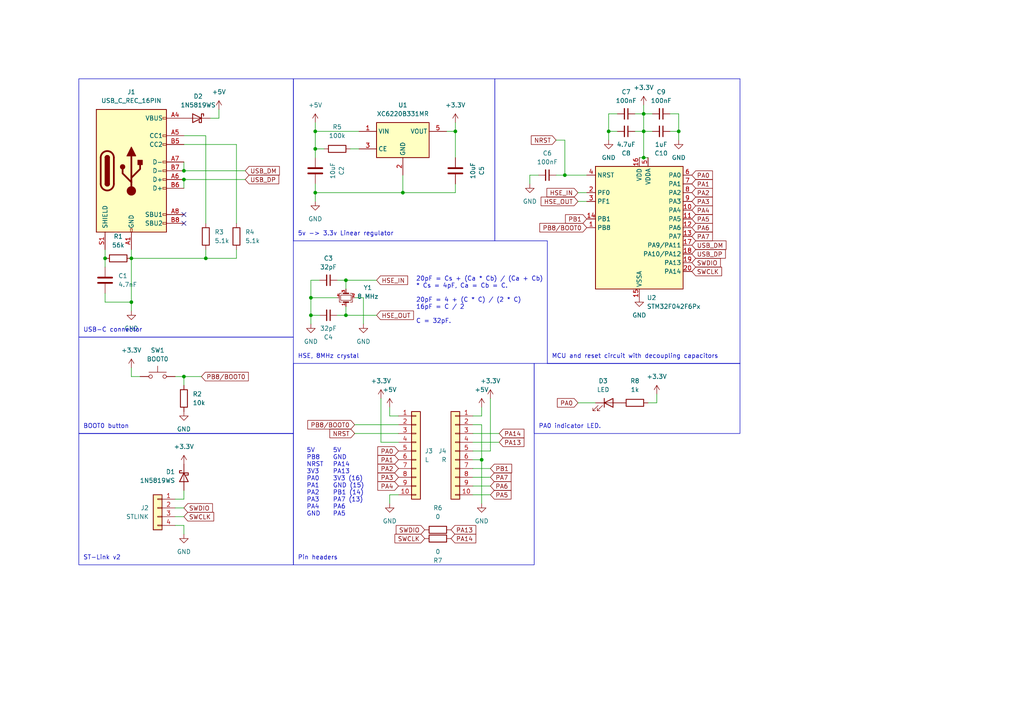
<source format=kicad_sch>
(kicad_sch (version 20230121) (generator eeschema)
  (paper "A4")
  (lib_symbols
    (symbol "Connector:USB_C_Receptacle_USB2.0" (pin_names (offset 1.016))
      (property "Reference" "J" (at -10.16 19.05 0))
      (property "Value" "USB_C_Receptacle_USB2.0" (at 19.05 19.05 0))
      (symbol "USB_C_Receptacle_USB2.0_0_0"
        (rectangle (start -0.254 -17.78) (end 0.254 -16.764))
        (rectangle (start 10.16 -14.986) (end 9.144 -15.494))
        (rectangle (start 10.16 -12.446) (end 9.144 -12.954))
        (rectangle (start 10.16 -4.826) (end 9.144 -5.334))
        (rectangle (start 10.16 -2.286) (end 9.144 -2.794))
        (rectangle (start 10.16 0.254) (end 9.144 -0.254))
        (rectangle (start 10.16 2.794) (end 9.144 2.286))
        (rectangle (start 10.16 7.874) (end 9.144 7.366))
        (rectangle (start 10.16 10.414) (end 9.144 9.906))
        (rectangle (start 10.16 15.494) (end 9.144 14.986))
      )
      (symbol "USB_C_Receptacle_USB2.0_0_1"
        (rectangle (start -10.16 17.78) (end 10.16 -17.78) (stroke (width 0.254)) (fill (type background)))
        (arc (start -8.89 -3.81) (mid -6.985 -5.7067) (end -5.08 -3.81) (stroke (width 0.508)))
        (arc (start -7.62 -3.81) (mid -6.985 -4.4423) (end -6.35 -3.81) (stroke (width 0.254)))
        (arc (start -7.62 -3.81) (mid -6.985 -4.4423) (end -6.35 -3.81) (stroke (width 0.254)) (fill (type outline)))
        (rectangle (start -7.62 -3.81) (end -6.35 3.81) (stroke (width 0.254)) (fill (type outline)))
        (arc (start -6.35 3.81) (mid -6.985 4.4423) (end -7.62 3.81) (stroke (width 0.254)))
        (arc (start -6.35 3.81) (mid -6.985 4.4423) (end -7.62 3.81) (stroke (width 0.254)) (fill (type outline)))
        (arc (start -5.08 3.81) (mid -6.985 5.7067) (end -8.89 3.81) (stroke (width 0.508)))
        (circle (center -2.54 1.143) (radius 0.635) (stroke (width 0.254)) (fill (type outline)))
        (circle (center 0 -5.842) (radius 1.27) (fill (type outline)))
        (polyline (pts (xy -8.89 -3.81) (xy -8.89 3.81)) (stroke (width 0.508)))
        (polyline (pts (xy -5.08 3.81) (xy -5.08 -3.81)) (stroke (width 0.508)))
        (polyline (pts (xy 0 -5.842) (xy 0 4.318)) (stroke (width 0.508)))
        (polyline (pts (xy 0 -3.302) (xy -2.54 -0.762) (xy -2.54 0.508)) (stroke (width 0.508)))
        (polyline (pts (xy 0 -2.032) (xy 2.54 0.508) (xy 2.54 1.778)) (stroke (width 0.508)))
        (polyline (pts (xy -1.27 4.318) (xy 0 6.858) (xy 1.27 4.318) (xy -1.27 4.318)) (stroke (width 0.254)) (fill (type outline)))
        (rectangle (start 1.905 1.778) (end 3.175 3.048) (stroke (width 0.254)) (fill (type outline)))
      )
      (symbol "USB_C_Receptacle_USB2.0_1_1"
        (pin passive line (at 0 -22.86 90) (length 5.08) (name "GND") (number "A1"))
        (pin passive line (at 0 -22.86 90) (length 5.08) hide (name "GND") (number "A12"))
        (pin passive line (at 15.24 15.24 180) (length 5.08) (name "VBUS") (number "A4"))
        (pin bidirectional line (at 15.24 10.16 180) (length 5.08) (name "CC1") (number "A5"))
        (pin bidirectional line (at 15.24 -2.54 180) (length 5.08) (name "D+") (number "A6"))
        (pin bidirectional line (at 15.24 2.54 180) (length 5.08) (name "D-") (number "A7"))
        (pin bidirectional line (at 15.24 -12.7 180) (length 5.08) (name "SBU1") (number "A8"))
        (pin passive line (at 15.24 15.24 180) (length 5.08) hide (name "VBUS") (number "A9"))
        (pin passive line (at 0 -22.86 90) (length 5.08) hide (name "GND") (number "B1"))
        (pin passive line (at 0 -22.86 90) (length 5.08) hide (name "GND") (number "B12"))
        (pin passive line (at 15.24 15.24 180) (length 5.08) hide (name "VBUS") (number "B4"))
        (pin bidirectional line (at 15.24 7.62 180) (length 5.08) (name "CC2") (number "B5"))
        (pin bidirectional line (at 15.24 -5.08 180) (length 5.08) (name "D+") (number "B6"))
        (pin bidirectional line (at 15.24 0 180) (length 5.08) (name "D-") (number "B7"))
        (pin bidirectional line (at 15.24 -15.24 180) (length 5.08) (name "SBU2") (number "B8"))
        (pin passive line (at 15.24 15.24 180) (length 5.08) hide (name "VBUS") (number "B9"))
        (pin passive line (at -7.62 -22.86 90) (length 5.08) (name "SHIELD") (number "S1"))
      )
    )
    (symbol "Connector_Generic:Conn_01x04" (pin_names (offset 1.016) hide)
      (property "Reference" "J" (at 0 5.08 0))
      (property "Value" "Conn_01x04" (at 0 -7.62 0))
      (symbol "Conn_01x04_1_1"
        (rectangle (start -1.27 -4.953) (end 0 -5.207) (stroke (width 0.1524)))
        (rectangle (start -1.27 -2.413) (end 0 -2.667) (stroke (width 0.1524)))
        (rectangle (start -1.27 0.127) (end 0 -0.127) (stroke (width 0.1524)))
        (rectangle (start -1.27 2.667) (end 0 2.413) (stroke (width 0.1524)))
        (rectangle (start -1.27 3.81) (end 1.27 -6.35) (stroke (width 0.254)) (fill (type background)))
        (pin passive line (at -5.08 2.54 0) (length 3.81) (name "Pin_1") (number "1"))
        (pin passive line (at -5.08 0 0) (length 3.81) (name "Pin_2") (number "2"))
        (pin passive line (at -5.08 -2.54 0) (length 3.81) (name "Pin_3") (number "3"))
        (pin passive line (at -5.08 -5.08 0) (length 3.81) (name "Pin_4") (number "4"))
      )
    )
    (symbol "Connector_Generic:Conn_01x10" (pin_names (offset 1.016) hide)
      (property "Reference" "J" (at 0 12.7 0))
      (property "Value" "Conn_01x10" (at 0 -15.24 0))
      (symbol "Conn_01x10_1_1"
        (rectangle (start -1.27 -12.573) (end 0 -12.827) (stroke (width 0.1524)))
        (rectangle (start -1.27 -10.033) (end 0 -10.287) (stroke (width 0.1524)))
        (rectangle (start -1.27 -7.493) (end 0 -7.747) (stroke (width 0.1524)))
        (rectangle (start -1.27 -4.953) (end 0 -5.207) (stroke (width 0.1524)))
        (rectangle (start -1.27 -2.413) (end 0 -2.667) (stroke (width 0.1524)))
        (rectangle (start -1.27 0.127) (end 0 -0.127) (stroke (width 0.1524)))
        (rectangle (start -1.27 2.667) (end 0 2.413) (stroke (width 0.1524)))
        (rectangle (start -1.27 5.207) (end 0 4.953) (stroke (width 0.1524)))
        (rectangle (start -1.27 7.747) (end 0 7.493) (stroke (width 0.1524)))
        (rectangle (start -1.27 10.287) (end 0 10.033) (stroke (width 0.1524)))
        (rectangle (start -1.27 11.43) (end 1.27 -13.97) (stroke (width 0.254)) (fill (type background)))
        (pin passive line (at -5.08 10.16 0) (length 3.81) (name "Pin_1") (number "1"))
        (pin passive line (at -5.08 -12.7 0) (length 3.81) (name "Pin_10") (number "10"))
        (pin passive line (at -5.08 7.62 0) (length 3.81) (name "Pin_2") (number "2"))
        (pin passive line (at -5.08 5.08 0) (length 3.81) (name "Pin_3") (number "3"))
        (pin passive line (at -5.08 2.54 0) (length 3.81) (name "Pin_4") (number "4"))
        (pin passive line (at -5.08 0 0) (length 3.81) (name "Pin_5") (number "5"))
        (pin passive line (at -5.08 -2.54 0) (length 3.81) (name "Pin_6") (number "6"))
        (pin passive line (at -5.08 -5.08 0) (length 3.81) (name "Pin_7") (number "7"))
        (pin passive line (at -5.08 -7.62 0) (length 3.81) (name "Pin_8") (number "8"))
        (pin passive line (at -5.08 -10.16 0) (length 3.81) (name "Pin_9") (number "9"))
      )
    )
    (symbol "Device:C" (pin_numbers hide) (pin_names (offset 0.254))
      (property "Reference" "C" (at 0.635 2.54 0))
      (property "Value" "C" (at 0.635 -2.54 0))
      (symbol "C_0_1"
        (polyline (pts (xy -2.032 -0.762) (xy 2.032 -0.762)) (stroke (width 0.508)))
        (polyline (pts (xy -2.032 0.762) (xy 2.032 0.762)) (stroke (width 0.508)))
      )
      (symbol "C_1_1"
        (pin passive line (at 0 3.81 270) (length 2.794) (name "~") (number "1"))
        (pin passive line (at 0 -3.81 90) (length 2.794) (name "~") (number "2"))
      )
    )
    (symbol "Device:C_Small" (pin_numbers hide) (pin_names (offset 0.254) hide)
      (property "Reference" "C" (at 0.254 1.778 0))
      (property "Value" "C_Small" (at 0.254 -2.032 0))
      (symbol "C_Small_0_1"
        (polyline (pts (xy -1.524 -0.508) (xy 1.524 -0.508)) (stroke (width 0.3302)))
        (polyline (pts (xy -1.524 0.508) (xy 1.524 0.508)) (stroke (width 0.3048)))
      )
      (symbol "C_Small_1_1"
        (pin passive line (at 0 2.54 270) (length 2.032) (name "~") (number "1"))
        (pin passive line (at 0 -2.54 90) (length 2.032) (name "~") (number "2"))
      )
    )
    (symbol "Device:Crystal_GND24_Small" (pin_names (offset 1.016) hide)
      (property "Reference" "Y" (at 1.27 4.445 0))
      (property "Value" "Crystal_GND24_Small" (at 1.27 2.54 0))
      (symbol "Crystal_GND24_Small_0_1"
        (rectangle (start -0.762 -1.524) (end 0.762 1.524))
        (polyline (pts (xy -1.27 -0.762) (xy -1.27 0.762)) (stroke (width 0.381)))
        (polyline (pts (xy 1.27 -0.762) (xy 1.27 0.762)) (stroke (width 0.381)))
        (polyline (pts (xy -1.27 -1.27) (xy -1.27 -1.905) (xy 1.27 -1.905) (xy 1.27 -1.27)))
        (polyline (pts (xy -1.27 1.27) (xy -1.27 1.905) (xy 1.27 1.905) (xy 1.27 1.27)))
      )
      (symbol "Crystal_GND24_Small_1_1"
        (pin passive line (at -2.54 0 0) (length 1.27) (name "1") (number "1"))
        (pin passive line (at 0 -2.54 90) (length 0.635) (name "2") (number "2"))
        (pin passive line (at 2.54 0 180) (length 1.27) (name "3") (number "3"))
        (pin passive line (at 0 2.54 270) (length 0.635) (name "4") (number "4"))
      )
    )
    (symbol "Device:LED" (pin_numbers hide) (pin_names (offset 1.016) hide)
      (property "Reference" "D" (at 0 2.54 0))
      (property "Value" "LED" (at 0 -2.54 0))
      (symbol "LED_0_1"
        (polyline (pts (xy -1.27 -1.27) (xy -1.27 1.27)) (stroke (width 0.254)))
        (polyline (pts (xy -1.27 0) (xy 1.27 0)))
        (polyline (pts (xy 1.27 -1.27) (xy 1.27 1.27) (xy -1.27 0) (xy 1.27 -1.27)) (stroke (width 0.254)))
        (polyline (pts (xy -3.048 -0.762) (xy -4.572 -2.286) (xy -3.81 -2.286) (xy -4.572 -2.286) (xy -4.572 -1.524)))
        (polyline (pts (xy -1.778 -0.762) (xy -3.302 -2.286) (xy -2.54 -2.286) (xy -3.302 -2.286) (xy -3.302 -1.524)))
      )
      (symbol "LED_1_1"
        (pin passive line (at -3.81 0 0) (length 2.54) (name "K") (number "1"))
        (pin passive line (at 3.81 0 180) (length 2.54) (name "A") (number "2"))
      )
    )
    (symbol "Device:R" (pin_numbers hide) (pin_names (offset 0))
      (property "Reference" "R" (at 2.032 0 90))
      (property "Value" "R" (at 0 0 90))
      (symbol "R_0_1"
        (rectangle (start -1.016 -2.54) (end 1.016 2.54) (stroke (width 0.254)))
      )
      (symbol "R_1_1"
        (pin passive line (at 0 3.81 270) (length 1.27) (name "~") (number "1"))
        (pin passive line (at 0 -3.81 90) (length 1.27) (name "~") (number "2"))
      )
    )
    (symbol "Diode:1N5819WS" (pin_numbers hide) (pin_names (offset 1.016) hide)
      (property "Reference" "D" (at 0 2.54 0))
      (property "Value" "1N5819WS" (at 0 -2.54 0))
      (symbol "1N5819WS_0_1"
        (polyline (pts (xy 1.27 0) (xy -1.27 0)))
        (polyline (pts (xy 1.27 1.27) (xy 1.27 -1.27) (xy -1.27 0) (xy 1.27 1.27)) (stroke (width 0.254)))
        (polyline (pts (xy -1.905 0.635) (xy -1.905 1.27) (xy -1.27 1.27) (xy -1.27 -1.27) (xy -0.635 -1.27) (xy -0.635 -0.635)) (stroke (width 0.254)))
      )
      (symbol "1N5819WS_1_1"
        (pin passive line (at -3.81 0 0) (length 2.54) (name "K") (number "1"))
        (pin passive line (at 3.81 0 180) (length 2.54) (name "A") (number "2"))
      )
    )
    (symbol "MCU_ST_STM32F0:STM32F042F6Px"
      (property "Reference" "U" (at -12.7 19.05 0))
      (property "Value" "STM32F042F6Px" (at 5.08 19.05 0))
      (symbol "STM32F042F6Px_0_1"
        (rectangle (start -12.7 -17.78) (end 12.7 17.78) (stroke (width 0.254)) (fill (type background)))
      )
      (symbol "STM32F042F6Px_1_1"
        (pin bidirectional line (at -15.24 0 0) (length 2.54) (name "PB8") (number "1"))
        (pin bidirectional line (at 15.24 5.08 180) (length 2.54) (name "PA4") (number "10"))
        (pin bidirectional line (at 15.24 2.54 180) (length 2.54) (name "PA5") (number "11"))
        (pin bidirectional line (at 15.24 0 180) (length 2.54) (name "PA6") (number "12"))
        (pin bidirectional line (at 15.24 -2.54 180) (length 2.54) (name "PA7") (number "13"))
        (pin bidirectional line (at -15.24 2.54 0) (length 2.54) (name "PB1") (number "14"))
        (pin power_in line (at 0 -20.32 90) (length 2.54) (name "VSSA") (number "15"))
        (pin power_in line (at 0 20.32 270) (length 2.54) (name "VDD") (number "16"))
        (pin bidirectional line (at 15.24 -5.08 180) (length 2.54) (name "PA9/PA11") (number "17"))
        (pin bidirectional line (at 15.24 -7.62 180) (length 2.54) (name "PA10/PA12") (number "18"))
        (pin bidirectional line (at 15.24 -10.16 180) (length 2.54) (name "PA13") (number "19"))
        (pin bidirectional line (at -15.24 10.16 0) (length 2.54) (name "PF0") (number "2"))
        (pin bidirectional line (at 15.24 -12.7 180) (length 2.54) (name "PA14") (number "20"))
        (pin bidirectional line (at -15.24 7.62 0) (length 2.54) (name "PF1") (number "3"))
        (pin input line (at -15.24 15.24 0) (length 2.54) (name "NRST") (number "4"))
        (pin power_in line (at 2.54 20.32 270) (length 2.54) (name "VDDA") (number "5"))
        (pin bidirectional line (at 15.24 15.24 180) (length 2.54) (name "PA0") (number "6"))
        (pin bidirectional line (at 15.24 12.7 180) (length 2.54) (name "PA1") (number "7"))
        (pin bidirectional line (at 15.24 10.16 180) (length 2.54) (name "PA2") (number "8"))
        (pin bidirectional line (at 15.24 7.62 180) (length 2.54) (name "PA3") (number "9"))
      )
    )
    (symbol "Regulator_Linear:XC6220B331MR"
      (property "Reference" "U" (at 0 8.89 0))
      (property "Value" "XC6220B331MR" (at 0 6.35 0))
      (symbol "XC6220B331MR_0_1"
        (rectangle (start -7.62 5.08) (end 7.62 -5.08) (stroke (width 0.254)) (fill (type background)))
      )
      (symbol "XC6220B331MR_1_1"
        (pin power_in line (at -12.7 2.54 0) (length 5.08) (name "VIN") (number "1"))
        (pin power_in line (at 0 -10.16 90) (length 5.08) (name "GND") (number "2"))
        (pin input line (at -12.7 -2.54 0) (length 5.08) (name "CE") (number "3"))
        (pin no_connect line (at 7.62 -2.54 180) (length 5.08) hide (name "NC") (number "4"))
        (pin power_out line (at 12.7 2.54 180) (length 5.08) (name "VOUT") (number "5"))
      )
    )
    (symbol "Switch:SW_Push" (pin_numbers hide) (pin_names (offset 1.016) hide)
      (property "Reference" "SW" (at 1.27 2.54 0))
      (property "Value" "SW_Push" (at 0 -1.524 0))
      (symbol "SW_Push_0_1"
        (circle (center -2.032 0) (radius 0.508))
        (polyline (pts (xy 0 1.27) (xy 0 3.048)))
        (polyline (pts (xy 2.54 1.27) (xy -2.54 1.27)))
        (circle (center 2.032 0) (radius 0.508))
        (pin passive line (at -5.08 0 0) (length 2.54) (name "1") (number "1"))
        (pin passive line (at 5.08 0 180) (length 2.54) (name "2") (number "2"))
      )
    )
    (symbol "power:+3.3V" (power) (pin_names (offset 0))
      (property "Value" "+3.3V" (at 0 3.556 0))
      (symbol "+3.3V_0_1"
        (polyline (pts (xy -0.762 1.27) (xy 0 2.54)))
        (polyline (pts (xy 0 0) (xy 0 2.54)))
        (polyline (pts (xy 0 2.54) (xy 0.762 1.27)))
      )
      (symbol "+3.3V_1_1"
        (pin power_in line (at 0 0 90) (length 0) hide (name "+3.3V") (number "1"))
      )
    )
    (symbol "power:+5V" (power) (pin_names (offset 0))
      (property "Value" "+5V" (at 0 3.556 0))
      (symbol "+5V_0_1"
        (polyline (pts (xy -0.762 1.27) (xy 0 2.54)))
        (polyline (pts (xy 0 0) (xy 0 2.54)))
        (polyline (pts (xy 0 2.54) (xy 0.762 1.27)))
      )
      (symbol "+5V_1_1"
        (pin power_in line (at 0 0 90) (length 0) hide (name "+5V") (number "1"))
      )
    )
    (symbol "power:GND" (power) (pin_names (offset 0))
      (property "Value" "GND" (at 0 -3.81 0))
      (symbol "GND_0_1"
        (polyline (pts (xy 0 0) (xy 0 -1.27) (xy 1.27 -1.27) (xy 0 -2.54) (xy -1.27 -1.27) (xy 0 -1.27)))
      )
      (symbol "GND_1_1"
        (pin power_in line (at 0 0 270) (length 0) hide (name "GND") (number "1"))
      )
    )
  )
  (junction (at 196.85 38.1))
  (junction (at 53.34 49.53))
  (junction (at 91.44 55.88))
  (junction (at 90.17 86.36))
  (junction (at 91.44 43.18))
  (junction (at 90.17 91.44))
  (junction (at 163.83 50.8))
  (junction (at 139.7 133.35))
  (junction (at 116.84 55.88))
  (junction (at 59.69 74.93))
  (junction (at 176.53 38.1))
  (junction (at 186.69 38.1))
  (junction (at 91.44 38.1))
  (junction (at 100.33 81.28))
  (junction (at 53.34 109.22))
  (junction (at 38.1 74.93))
  (junction (at 186.69 33.02))
  (junction (at 30.48 74.93))
  (junction (at 53.34 52.07))
  (junction (at 186.69 45.72))
  (junction (at 38.1 87.63))
  (junction (at 132.08 38.1))
  (junction (at 100.33 91.44))
  (no_connect (at 53.34 64.77))
  (no_connect (at 53.34 62.23))
  (wire (pts (xy 132.08 55.88) (xy 116.84 55.88)))
  (wire (pts (xy 186.69 45.72) (xy 185.42 45.72)))
  (wire (pts (xy 38.1 74.93) (xy 59.69 74.93)))
  (wire (pts (xy 91.44 35.56) (xy 91.44 38.1)))
  (wire (pts (xy 163.83 40.64) (xy 163.83 50.8)))
  (wire (pts (xy 53.34 46.99) (xy 53.34 49.53)))
  (wire (pts (xy 90.17 86.36) (xy 97.79 86.36)))
  (wire (pts (xy 30.48 87.63) (xy 38.1 87.63)))
  (wire (pts (xy 53.34 144.78) (xy 50.8 144.78)))
  (wire (pts (xy 53.34 52.07) (xy 53.34 54.61)))
  (wire (pts (xy 105.41 86.36) (xy 105.41 93.98)))
  (wire (pts (xy 30.48 87.63) (xy 30.48 85.09)))
  (wire (pts (xy 142.24 140.97) (xy 137.16 140.97)))
  (wire (pts (xy 68.58 72.39) (xy 68.58 74.93)))
  (wire (pts (xy 91.44 38.1) (xy 104.14 38.1)))
  (wire (pts (xy 53.34 111.76) (xy 53.34 109.22)))
  (wire (pts (xy 110.49 128.27) (xy 115.57 128.27)))
  (wire (pts (xy 139.7 118.11) (xy 139.7 120.65)))
  (wire (pts (xy 53.34 109.22) (xy 58.42 109.22)))
  (wire (pts (xy 153.67 53.34) (xy 153.67 50.8)))
  (wire (pts (xy 176.53 33.02) (xy 179.07 33.02)))
  (wire (pts (xy 161.29 50.8) (xy 163.83 50.8)))
  (wire (pts (xy 196.85 38.1) (xy 194.31 38.1)))
  (wire (pts (xy 105.41 86.36) (xy 102.87 86.36)))
  (wire (pts (xy 113.03 146.05) (xy 113.03 143.51)))
  (wire (pts (xy 186.69 45.72) (xy 187.96 45.72)))
  (wire (pts (xy 186.69 38.1) (xy 189.23 38.1)))
  (wire (pts (xy 167.64 55.88) (xy 170.18 55.88)))
  (wire (pts (xy 101.6 43.18) (xy 104.14 43.18)))
  (wire (pts (xy 90.17 86.36) (xy 90.17 91.44)))
  (wire (pts (xy 38.1 90.17) (xy 38.1 87.63)))
  (wire (pts (xy 186.69 33.02) (xy 189.23 33.02)))
  (wire (pts (xy 68.58 41.91) (xy 68.58 64.77)))
  (wire (pts (xy 113.03 143.51) (xy 115.57 143.51)))
  (wire (pts (xy 38.1 72.39) (xy 38.1 74.93)))
  (wire (pts (xy 142.24 130.81) (xy 137.16 130.81)))
  (wire (pts (xy 116.84 50.8) (xy 116.84 55.88)))
  (wire (pts (xy 90.17 91.44) (xy 92.71 91.44)))
  (wire (pts (xy 91.44 55.88) (xy 91.44 53.34)))
  (wire (pts (xy 50.8 109.22) (xy 53.34 109.22)))
  (wire (pts (xy 142.24 135.89) (xy 137.16 135.89)))
  (polyline (pts (xy 214.63 22.86) (xy 143.51 22.86)))
  (wire (pts (xy 68.58 74.93) (xy 59.69 74.93)))
  (wire (pts (xy 161.29 40.64) (xy 163.83 40.64)))
  (wire (pts (xy 53.34 41.91) (xy 68.58 41.91)))
  (wire (pts (xy 163.83 50.8) (xy 170.18 50.8)))
  (polyline (pts (xy 158.75 69.85) (xy 158.75 105.41)))
  (wire (pts (xy 93.98 43.18) (xy 91.44 43.18)))
  (wire (pts (xy 184.15 38.1) (xy 186.69 38.1)))
  (wire (pts (xy 53.34 152.4) (xy 50.8 152.4)))
  (wire (pts (xy 53.34 52.07) (xy 71.12 52.07)))
  (wire (pts (xy 38.1 106.68) (xy 38.1 109.22)))
  (wire (pts (xy 63.5 34.29) (xy 63.5 31.75)))
  (wire (pts (xy 186.69 30.48) (xy 186.69 33.02)))
  (wire (pts (xy 30.48 77.47) (xy 30.48 74.93)))
  (wire (pts (xy 90.17 91.44) (xy 90.17 93.98)))
  (wire (pts (xy 139.7 133.35) (xy 137.16 133.35)))
  (wire (pts (xy 142.24 138.43) (xy 137.16 138.43)))
  (wire (pts (xy 53.34 149.86) (xy 50.8 149.86)))
  (wire (pts (xy 132.08 53.34) (xy 132.08 55.88)))
  (wire (pts (xy 144.78 128.27) (xy 137.16 128.27)))
  (wire (pts (xy 142.24 115.57) (xy 142.24 130.81)))
  (wire (pts (xy 167.64 116.84) (xy 172.72 116.84)))
  (wire (pts (xy 91.44 45.72) (xy 91.44 43.18)))
  (wire (pts (xy 38.1 74.93) (xy 38.1 87.63)))
  (wire (pts (xy 139.7 120.65) (xy 137.16 120.65)))
  (wire (pts (xy 53.34 142.24) (xy 53.34 144.78)))
  (wire (pts (xy 190.5 116.84) (xy 187.96 116.84)))
  (wire (pts (xy 186.69 38.1) (xy 186.69 45.72)))
  (wire (pts (xy 102.87 125.73) (xy 115.57 125.73)))
  (wire (pts (xy 53.34 49.53) (xy 71.12 49.53)))
  (wire (pts (xy 92.71 81.28) (xy 90.17 81.28)))
  (wire (pts (xy 100.33 81.28) (xy 100.33 83.82)))
  (wire (pts (xy 100.33 81.28) (xy 109.22 81.28)))
  (wire (pts (xy 186.69 33.02) (xy 186.69 38.1)))
  (wire (pts (xy 113.03 118.11) (xy 113.03 120.65)))
  (wire (pts (xy 190.5 114.3) (xy 190.5 116.84)))
  (wire (pts (xy 100.33 81.28) (xy 97.79 81.28)))
  (polyline (pts (xy 143.51 69.85) (xy 158.75 69.85)))
  (wire (pts (xy 53.34 152.4) (xy 53.34 154.94)))
  (wire (pts (xy 60.96 34.29) (xy 63.5 34.29)))
  (wire (pts (xy 196.85 38.1) (xy 196.85 33.02)))
  (wire (pts (xy 59.69 64.77) (xy 59.69 39.37)))
  (wire (pts (xy 167.64 58.42) (xy 170.18 58.42)))
  (wire (pts (xy 142.24 143.51) (xy 137.16 143.51)))
  (wire (pts (xy 113.03 120.65) (xy 115.57 120.65)))
  (wire (pts (xy 196.85 33.02) (xy 194.31 33.02)))
  (wire (pts (xy 100.33 88.9) (xy 100.33 91.44)))
  (wire (pts (xy 196.85 40.64) (xy 196.85 38.1)))
  (wire (pts (xy 176.53 40.64) (xy 176.53 38.1)))
  (wire (pts (xy 132.08 35.56) (xy 132.08 38.1)))
  (wire (pts (xy 132.08 38.1) (xy 132.08 45.72)))
  (wire (pts (xy 176.53 38.1) (xy 176.53 33.02)))
  (wire (pts (xy 137.16 123.19) (xy 139.7 123.19)))
  (wire (pts (xy 116.84 55.88) (xy 91.44 55.88)))
  (wire (pts (xy 102.87 123.19) (xy 115.57 123.19)))
  (wire (pts (xy 97.79 91.44) (xy 100.33 91.44)))
  (wire (pts (xy 139.7 133.35) (xy 139.7 146.05)))
  (wire (pts (xy 90.17 81.28) (xy 90.17 86.36)))
  (wire (pts (xy 91.44 43.18) (xy 91.44 38.1)))
  (wire (pts (xy 38.1 109.22) (xy 40.64 109.22)))
  (wire (pts (xy 132.08 38.1) (xy 129.54 38.1)))
  (polyline (pts (xy 214.63 105.41) (xy 214.63 22.86)))
  (polyline (pts (xy 143.51 22.86) (xy 143.51 69.85)))
  (wire (pts (xy 53.34 147.32) (xy 50.8 147.32)))
  (wire (pts (xy 59.69 72.39) (xy 59.69 74.93)))
  (wire (pts (xy 139.7 123.19) (xy 139.7 133.35)))
  (wire (pts (xy 144.78 125.73) (xy 137.16 125.73)))
  (wire (pts (xy 91.44 58.42) (xy 91.44 55.88)))
  (wire (pts (xy 100.33 91.44) (xy 109.22 91.44)))
  (wire (pts (xy 153.67 50.8) (xy 156.21 50.8)))
  (wire (pts (xy 30.48 74.93) (xy 30.48 72.39)))
  (wire (pts (xy 184.15 33.02) (xy 186.69 33.02)))
  (wire (pts (xy 176.53 38.1) (xy 179.07 38.1)))
  (wire (pts (xy 59.69 39.37) (xy 53.34 39.37)))
  (polyline (pts (xy 158.75 105.41) (xy 214.63 105.41)))
  (wire (pts (xy 110.49 115.57) (xy 110.49 128.27)))
  (rectangle (start 85.09 105.41) (end 154.94 163.83))
  (rectangle (start 22.86 97.79) (end 85.09 125.73))
  (rectangle (start 85.09 22.86) (end 143.51 69.85))
  (rectangle (start 154.94 105.41) (end 214.63 125.73))
  (rectangle (start 22.86 22.86) (end 85.09 97.79))
  (rectangle (start 22.86 125.73) (end 85.09 163.83))
  (text "ST-Link v2" (at 24.13 162.56 0) (effects (font (size 1.27 1.27)) (justify left bottom)))
  (text "BOOT0 button" (at 24.13 124.46 0) (effects (font (size 1.27 1.27)) (justify left bottom)))
  (text "5v -> 3.3v Linear regulator" (at 86.36 68.58 0) (effects (font (size 1.27 1.27)) (justify left bottom)))
  (text "Pin headers" (at 86.36 162.56 0) (effects (font (size 1.27 1.27)) (justify left bottom)))
  (text "MCU and reset circuit with decoupling capacitors" (at 160.02 104.14 0) (effects (font (size 1.27 1.27)) (justify left bottom)))
  (text "5V\nGND\nPA14\nPA13\n3V3 (16)\nGND (15)\nPB1 (14)\nPA7 (13)\nPA6\nPA5" (at 96.52 149.86 0) (effects (font (size 1.27 1.27)) (justify left bottom)))
  (text "HSE, 8MHz crystal" (at 86.36 104.14 0) (effects (font (size 1.27 1.27)) (justify left bottom)))
  (text "PA0 indicator LED." (at 156.21 124.46 0) (effects (font (size 1.27 1.27)) (justify left bottom)))
  (text "5V\nPB8\nNRST\n3V3\nPA0\nPA1\nPA2\nPA3\nPA4\nGND" (at 88.9 149.86 0) (effects (font (size 1.27 1.27)) (justify left bottom)))
  (text "20pF = Cs + (Ca * Cb) / (Ca + Cb)\n* Cs = 4pF, Ca = Cb = C.\n\n20pF = 4 + (C * C) / (2 * C)\n16pF = C / 2\n\nC = 32pF." (at 120.65 93.98 0) (effects (font (size 1.27 1.27)) (justify left bottom)))
  (text "USB-C connector" (at 24.13 96.52 0) (effects (font (size 1.27 1.27)) (justify left bottom)))
  (global_label "SWDIO" (shape input) (at 53.34 147.32 0) (property "Intersheetrefs" "${INTERSHEET_REFS}" (effects hide)))
  (global_label "PA1" (shape input) (at 200.66 53.34 0) (property "Intersheetrefs" "${INTERSHEET_REFS}" (effects hide)))
  (global_label "PB1" (shape input) (at 142.24 135.89 0) (property "Intersheetrefs" "${INTERSHEET_REFS}" (effects hide)))
  (global_label "PA5" (shape input) (at 142.24 143.51 0) (property "Intersheetrefs" "${INTERSHEET_REFS}" (effects hide)))
  (global_label "PA13" (shape input) (at 144.78 128.27 0) (property "Intersheetrefs" "${INTERSHEET_REFS}" (effects hide)))
  (global_label "USB_DM" (shape input) (at 71.12 49.53 0) (property "Intersheetrefs" "${INTERSHEET_REFS}" (effects hide)))
  (global_label "PA14" (shape input) (at 144.78 125.73 0) (property "Intersheetrefs" "${INTERSHEET_REFS}" (effects hide)))
  (global_label "USB_DP" (shape input) (at 71.12 52.07 0) (property "Intersheetrefs" "${INTERSHEET_REFS}" (effects hide)))
  (global_label "HSE_OUT" (shape input) (at 167.64 58.42 180) (property "Intersheetrefs" "${INTERSHEET_REFS}" (effects hide)))
  (global_label "PA0" (shape input) (at 115.57 130.81 180) (property "Intersheetrefs" "${INTERSHEET_REFS}" (effects hide)))
  (global_label "PA1" (shape input) (at 115.57 133.35 180) (property "Intersheetrefs" "${INTERSHEET_REFS}" (effects hide)))
  (global_label "HSE_IN" (shape input) (at 167.64 55.88 180) (property "Intersheetrefs" "${INTERSHEET_REFS}" (effects hide)))
  (global_label "PA3" (shape input) (at 200.66 58.42 0) (property "Intersheetrefs" "${INTERSHEET_REFS}" (effects hide)))
  (global_label "PB1" (shape input) (at 170.18 63.5 180) (property "Intersheetrefs" "${INTERSHEET_REFS}" (effects hide)))
  (global_label "NRST" (shape input) (at 161.29 40.64 180) (property "Intersheetrefs" "${INTERSHEET_REFS}" (effects hide)))
  (global_label "PA6" (shape input) (at 200.66 66.04 0) (property "Intersheetrefs" "${INTERSHEET_REFS}" (effects hide)))
  (global_label "HSE_OUT" (shape input) (at 109.22 91.44 0) (property "Intersheetrefs" "${INTERSHEET_REFS}" (effects hide)))
  (global_label "PA0" (shape input) (at 200.66 50.8 0) (property "Intersheetrefs" "${INTERSHEET_REFS}" (effects hide)))
  (global_label "PA4" (shape input) (at 115.57 140.97 180) (property "Intersheetrefs" "${INTERSHEET_REFS}" (effects hide)))
  (global_label "PA4" (shape input) (at 200.66 60.96 0) (property "Intersheetrefs" "${INTERSHEET_REFS}" (effects hide)))
  (global_label "PA0" (shape input) (at 167.64 116.84 180) (property "Intersheetrefs" "${INTERSHEET_REFS}" (effects hide)))
  (global_label "SWDIO" (shape input) (at 200.66 76.2 0) (property "Intersheetrefs" "${INTERSHEET_REFS}" (effects hide)))
  (global_label "PB8{slash}BOOT0" (shape input) (at 58.42 109.22 0) (property "Intersheetrefs" "${INTERSHEET_REFS}" (effects hide)))
  (global_label "PA2" (shape input) (at 200.66 55.88 0) (property "Intersheetrefs" "${INTERSHEET_REFS}" (effects hide)))
  (global_label "NRST" (shape input) (at 102.87 125.73 180) (property "Intersheetrefs" "${INTERSHEET_REFS}" (effects hide)))
  (global_label "PA2" (shape input) (at 115.57 135.89 180) (property "Intersheetrefs" "${INTERSHEET_REFS}" (effects hide)))
  (global_label "PA5" (shape input) (at 200.66 63.5 0) (property "Intersheetrefs" "${INTERSHEET_REFS}" (effects hide)))
  (global_label "PA3" (shape input) (at 115.57 138.43 180) (property "Intersheetrefs" "${INTERSHEET_REFS}" (effects hide)))
  (global_label "USB_DP" (shape input) (at 200.66 73.66 0) (property "Intersheetrefs" "${INTERSHEET_REFS}" (effects hide)))
  (global_label "PB8{slash}BOOT0" (shape input) (at 102.87 123.19 180) (property "Intersheetrefs" "${INTERSHEET_REFS}" (effects hide)))
  (global_label "PA7" (shape input) (at 142.24 138.43 0) (property "Intersheetrefs" "${INTERSHEET_REFS}" (effects hide)))
  (global_label "SWCLK" (shape input) (at 53.34 149.86 0) (property "Intersheetrefs" "${INTERSHEET_REFS}" (effects hide)))
  (global_label "PB8{slash}BOOT0" (shape input) (at 170.18 66.04 180) (property "Intersheetrefs" "${INTERSHEET_REFS}" (effects hide)))
  (global_label "PA6" (shape input) (at 142.24 140.97 0) (property "Intersheetrefs" "${INTERSHEET_REFS}" (effects hide)))
  (global_label "PA7" (shape input) (at 200.66 68.58 0) (property "Intersheetrefs" "${INTERSHEET_REFS}" (effects hide)))
  (global_label "SWCLK" (shape input) (at 200.66 78.74 0) (property "Intersheetrefs" "${INTERSHEET_REFS}" (effects hide)))
  (global_label "SWCLK" (shape input) (at 123.19 156.21 180) (property "Intersheetrefs" "${INTERSHEET_REFS}" (effects hide)))
  (global_label "HSE_IN" (shape input) (at 109.22 81.28 0) (property "Intersheetrefs" "${INTERSHEET_REFS}" (effects hide)))
  (global_label "PA13" (shape input) (at 130.81 153.67 0) (property "Intersheetrefs" "${INTERSHEET_REFS}" (effects hide)))
  (global_label "USB_DM" (shape input) (at 200.66 71.12 0) (property "Intersheetrefs" "${INTERSHEET_REFS}" (effects hide)))
  (global_label "PA14" (shape input) (at 130.81 156.21 0) (property "Intersheetrefs" "${INTERSHEET_REFS}" (effects hide)))
  (global_label "SWDIO" (shape input) (at 123.19 153.67 180) (property "Intersheetrefs" "${INTERSHEET_REFS}" (effects hide)))
  (symbol (lib_id "Connector_Generic:Conn_01x10") (at 120.65 130.81 0) (unit 1)
    (property "Reference" "J3" (at 123.19 130.81 0) (effects (justify left)))
    (property "Value" "L" (at 123.19 133.35 0) (effects (justify left)))
    (property "Footprint" "Connector_PinHeader_2.54mm:PinHeader_1x10_P2.54mm_Vertical" (effects hide))
  )
  (symbol (lib_id "Device:R") (at 53.34 115.57 180) (unit 1)
    (property "Reference" "R2" (at 55.88 114.3 0) (effects (justify right)))
    (property "Value" "10k" (at 55.88 116.84 0) (effects (justify right)))
    (property "Footprint" "Resistor_SMD:R_0603_1608Metric" (effects hide))
  )
  (symbol (lib_id "Regulator_Linear:XC6220B331MR") (at 116.84 40.64 0) (unit 1)
    (property "Reference" "U1" (at 116.84 30.48 0))
    (property "Value" "XC6220B331MR" (at 116.84 33.02 0))
    (property "Footprint" "Package_TO_SOT_SMD:SOT-23-5" (effects hide))
    (property "Datasheet" "https://www.torexsemi.com/file/xc6220/XC6220.pdf" (effects hide))
  )
  (symbol (lib_id "power:+5V") (at 113.03 118.11 0) (unit 1)
    (property "Reference" "#PWR011" (effects hide))
    (property "Value" "+5V" (at 113.03 113.03 0))
  )
  (symbol (lib_id "Switch:SW_Push") (at 45.72 109.22 0) (unit 1)
    (property "Reference" "SW1" (at 45.72 101.6 0))
    (property "Value" "BOOT0" (at 45.72 104.14 0))
    (property "Footprint" "Button_Switch_SMD:SW_Push_SPST_NO_Alps_SKRK" (effects hide))
  )
  (symbol (lib_id "power:+5V") (at 91.44 35.56 0) (unit 1)
    (property "Reference" "#PWR07" (effects hide))
    (property "Value" "+5V" (at 91.44 30.48 0))
  )
  (symbol (lib_id "Diode:1N5819WS") (at 57.15 34.29 0) (mirror y) (unit 1)
    (property "Reference" "D2" (at 57.4675 27.94 0))
    (property "Value" "1N5819WS" (at 57.4675 30.48 0))
    (property "Footprint" "Diode_SMD:D_SOD-323_HandSoldering" (effects hide))
    (property "Datasheet" "https://datasheet.lcsc.com/lcsc/2204281430_Guangdong-Hottech-1N5819WS_C191023.pdf" (effects hide))
  )
  (symbol (lib_id "Connector_Generic:Conn_01x04") (at 45.72 147.32 0) (mirror y) (unit 1)
    (property "Reference" "J2" (at 43.18 147.32 0) (effects (justify left)))
    (property "Value" "STLINK" (at 43.18 149.86 0) (effects (justify left)))
    (property "Footprint" "Connector_PinHeader_2.54mm:PinHeader_1x04_P2.54mm_Horizontal" (effects hide))
  )
  (symbol (lib_id "Device:C_Small") (at 191.77 33.02 270) (unit 1)
    (property "Reference" "C9" (at 191.7636 26.67 90))
    (property "Value" "100nF" (at 191.7636 29.21 90))
    (property "Footprint" "Capacitor_SMD:C_0603_1608Metric" (effects hide))
  )
  (symbol (lib_id "Device:C") (at 132.08 49.53 0) (mirror x) (unit 1)
    (property "Reference" "C5" (at 139.6929 49.53 90))
    (property "Value" "10uF" (at 137.1529 49.53 90))
    (property "Footprint" "Capacitor_SMD:C_0603_1608Metric" (effects hide))
  )
  (symbol (lib_id "power:GND") (at 38.1 90.17 0) (unit 1)
    (property "Reference" "#PWR02" (effects hide))
    (property "Value" "GND" (at 38.1 95.25 0))
  )
  (symbol (lib_id "power:GND") (at 139.7 146.05 0) (mirror y) (unit 1)
    (property "Reference" "#PWR016" (effects hide))
    (property "Value" "GND" (at 139.7 151.13 0))
  )
  (symbol (lib_id "Device:C_Small") (at 181.61 33.02 270) (unit 1)
    (property "Reference" "C7" (at 181.6036 26.67 90))
    (property "Value" "100nF" (at 181.6036 29.21 90))
    (property "Footprint" "Capacitor_SMD:C_0603_1608Metric" (effects hide))
  )
  (symbol (lib_id "Device:R") (at 68.58 68.58 0) (unit 1)
    (property "Reference" "R4" (at 71.12 67.31 0) (effects (justify left)))
    (property "Value" "5.1k" (at 71.12 69.85 0) (effects (justify left)))
    (property "Footprint" "Resistor_SMD:R_0603_1608Metric" (effects hide))
  )
  (symbol (lib_id "power:GND") (at 176.53 40.64 0) (unit 1)
    (property "Reference" "#PWR019" (effects hide))
    (property "Value" "GND" (at 176.53 45.72 0))
  )
  (symbol (lib_id "power:GND") (at 153.67 53.34 0) (unit 1)
    (property "Reference" "#PWR018" (effects hide))
    (property "Value" "GND" (at 153.67 58.42 0))
  )
  (symbol (lib_id "power:+3.3V") (at 186.69 30.48 0) (unit 1)
    (property "Reference" "#PWR021" (effects hide))
    (property "Value" "+3.3V" (at 186.69 25.4 0))
  )
  (symbol (lib_id "power:GND") (at 185.42 86.36 0) (unit 1)
    (property "Reference" "#PWR020" (effects hide))
    (property "Value" "GND" (at 185.42 91.44 0))
  )
  (symbol (lib_id "Device:R") (at 59.69 68.58 0) (unit 1)
    (property "Reference" "R3" (at 62.23 67.31 0) (effects (justify left)))
    (property "Value" "5.1k" (at 62.23 69.85 0) (effects (justify left)))
    (property "Footprint" "Resistor_SMD:R_0603_1608Metric" (effects hide))
  )
  (symbol (lib_id "power:+3.3V") (at 38.1 106.68 0) (unit 1)
    (property "Reference" "#PWR01" (effects hide))
    (property "Value" "+3.3V" (at 38.1 101.6 0))
  )
  (symbol (lib_id "Device:R") (at 34.29 74.93 90) (unit 1)
    (property "Reference" "R1" (at 34.29 68.58 90))
    (property "Value" "56k" (at 34.29 71.12 90))
    (property "Footprint" "Resistor_SMD:R_0603_1608Metric" (effects hide))
  )
  (symbol (lib_id "power:+3.3V") (at 142.24 115.57 0) (unit 1)
    (property "Reference" "#PWR017" (effects hide))
    (property "Value" "+3.3V" (at 142.24 110.49 0))
  )
  (symbol (lib_id "Device:C_Small") (at 95.25 81.28 270) (unit 1)
    (property "Reference" "C3" (at 95.2436 74.93 90))
    (property "Value" "32pF" (at 95.2436 77.47 90))
    (property "Footprint" "Capacitor_SMD:C_0603_1608Metric" (effects hide))
  )
  (symbol (lib_id "Device:R") (at 97.79 43.18 270) (mirror x) (unit 1)
    (property "Reference" "R5" (at 97.79 36.83 90))
    (property "Value" "100k" (at 97.79 39.37 90))
    (property "Footprint" "Resistor_SMD:R_0603_1608Metric" (effects hide))
  )
  (symbol (lib_id "Device:R") (at 184.15 116.84 270) (mirror x) (unit 1)
    (property "Reference" "R8" (at 184.15 110.49 90))
    (property "Value" "1k" (at 184.15 113.03 90))
    (property "Footprint" "Resistor_SMD:R_0603_1608Metric" (effects hide))
  )
  (symbol (lib_id "power:GND") (at 91.44 58.42 0) (mirror y) (unit 1)
    (property "Reference" "#PWR08" (effects hide))
    (property "Value" "GND" (at 91.44 63.5 0))
  )
  (symbol (lib_id "Device:R") (at 127 153.67 270) (mirror x) (unit 1)
    (property "Reference" "R6" (at 127 147.32 90))
    (property "Value" "0" (at 127 149.86 90))
    (property "Footprint" "Resistor_SMD:R_0603_1608Metric" (effects hide))
  )
  (symbol (lib_id "Connector_Generic:Conn_01x10") (at 132.08 130.81 0) (mirror y) (unit 1)
    (property "Reference" "J4" (at 129.54 130.81 0) (effects (justify left)))
    (property "Value" "R" (at 129.54 133.35 0) (effects (justify left)))
    (property "Footprint" "Connector_PinHeader_2.54mm:PinHeader_1x10_P2.54mm_Vertical" (effects hide))
  )
  (symbol (lib_id "Device:C") (at 91.44 49.53 0) (mirror x) (unit 1)
    (property "Reference" "C2" (at 99.0529 49.53 90))
    (property "Value" "10uF" (at 96.5129 49.53 90))
    (property "Footprint" "Capacitor_SMD:C_0603_1608Metric" (effects hide))
  )
  (symbol (lib_id "Device:C_Small") (at 158.75 50.8 270) (unit 1)
    (property "Reference" "C6" (at 158.7436 44.45 90))
    (property "Value" "100nF" (at 158.7436 46.99 90))
    (property "Footprint" "Capacitor_SMD:C_0603_1608Metric" (effects hide))
  )
  (symbol (lib_id "power:+5V") (at 63.5 31.75 0) (mirror y) (unit 1)
    (property "Reference" "#PWR06" (effects hide))
    (property "Value" "+5V" (at 63.5 26.67 0))
  )
  (symbol (lib_id "Device:LED") (at 176.53 116.84 0) (unit 1)
    (property "Reference" "D3" (at 174.9425 110.49 0))
    (property "Value" "LED" (at 174.9425 113.03 0))
    (property "Footprint" "LED_SMD:LED_0603_1608Metric" (effects hide))
  )
  (symbol (lib_id "power:+5V") (at 139.7 118.11 0) (mirror y) (unit 1)
    (property "Reference" "#PWR015" (effects hide))
    (property "Value" "+5V" (at 139.7 113.03 0))
  )
  (symbol (lib_id "Device:C_Small") (at 181.61 38.1 270) (mirror x) (unit 1)
    (property "Reference" "C8" (at 181.6036 44.45 90))
    (property "Value" "4.7uF" (at 181.6036 41.91 90))
    (property "Footprint" "Capacitor_SMD:C_0603_1608Metric" (effects hide))
  )
  (symbol (lib_id "power:GND") (at 53.34 154.94 0) (mirror y) (unit 1)
    (property "Reference" "#PWR05" (effects hide))
    (property "Value" "GND" (at 53.34 160.02 0))
  )
  (symbol (lib_id "Device:R") (at 127 156.21 270) (unit 1)
    (property "Reference" "R7" (at 127 162.56 90))
    (property "Value" "0" (at 127 160.02 90))
    (property "Footprint" "Resistor_SMD:R_0603_1608Metric" (effects hide))
  )
  (symbol (lib_id "power:GND") (at 105.41 93.98 0) (unit 1)
    (property "Reference" "#PWR013" (effects hide))
    (property "Value" "GND" (at 105.41 99.06 0))
  )
  (symbol (lib_id "Device:C") (at 30.48 81.28 0) (unit 1)
    (property "Reference" "C1" (at 34.29 80.01 0) (effects (justify left)))
    (property "Value" "4.7nF" (at 34.29 82.55 0) (effects (justify left)))
    (property "Footprint" "Capacitor_SMD:C_0603_1608Metric" (effects hide))
  )
  (symbol (lib_id "MCU_ST_STM32F0:STM32F042F6Px") (at 185.42 66.04 0) (unit 1)
    (property "Reference" "U2" (at 187.6141 86.36 0) (effects (justify left)))
    (property "Value" "STM32F042F6Px" (at 187.6141 88.9 0) (effects (justify left)))
    (property "Footprint" "Package_SO:TSSOP-20_4.4x6.5mm_P0.65mm" (effects hide))
    (property "Datasheet" "https://www.st.com/resource/en/datasheet/stm32f042f6.pdf" (effects hide))
  )
  (symbol (lib_id "power:+3.3V") (at 132.08 35.56 0) (unit 1)
    (property "Reference" "#PWR014" (effects hide))
    (property "Value" "+3.3V" (at 132.08 30.48 0))
  )
  (symbol (lib_id "Device:Crystal_GND24_Small") (at 100.33 86.36 90) (unit 1)
    (property "Reference" "Y1" (at 106.68 83.4457 90))
    (property "Value" "8 MHz" (at 106.68 85.9857 90))
    (property "Footprint" "Crystal:Crystal_SMD_3225-4Pin_3.2x2.5mm" (effects hide))
    (property "Datasheet" "https://ko.aliexpress.com/item/1005005467715234.html" (effects hide))
  )
  (symbol (lib_id "power:GND") (at 113.03 146.05 0) (unit 1)
    (property "Reference" "#PWR012" (effects hide))
    (property "Value" "GND" (at 113.03 151.13 0))
  )
  (symbol (lib_id "power:+3.3V") (at 110.49 115.57 0) (unit 1)
    (property "Reference" "#PWR010" (effects hide))
    (property "Value" "+3.3V" (at 110.49 110.49 0))
  )
  (symbol (lib_id "Diode:1N5819WS") (at 53.34 138.43 90) (mirror x) (unit 1)
    (property "Reference" "D1" (at 50.8 136.8425 90) (effects (justify left)))
    (property "Value" "1N5819WS" (at 50.8 139.3825 90) (effects (justify left)))
    (property "Footprint" "Diode_SMD:D_SOD-323" (effects hide))
    (property "Datasheet" "https://datasheet.lcsc.com/lcsc/2204281430_Guangdong-Hottech-1N5819WS_C191023.pdf" (effects hide))
  )
  (symbol (lib_id "Device:C_Small") (at 95.25 91.44 270) (mirror x) (unit 1)
    (property "Reference" "C4" (at 95.2436 97.79 90))
    (property "Value" "32pF" (at 95.2436 95.25 90))
    (property "Footprint" "Capacitor_SMD:C_0603_1608Metric" (effects hide))
  )
  (symbol (lib_id "power:+3.3V") (at 190.5 114.3 0) (unit 1)
    (property "Reference" "#PWR023" (effects hide))
    (property "Value" "+3.3V" (at 190.5 109.22 0))
  )
  (symbol (lib_id "power:GND") (at 53.34 119.38 0) (unit 1)
    (property "Reference" "#PWR03" (effects hide))
    (property "Value" "GND" (at 53.34 124.46 0))
  )
  (symbol (lib_id "power:GND") (at 196.85 40.64 0) (mirror y) (unit 1)
    (property "Reference" "#PWR022" (effects hide))
    (property "Value" "GND" (at 196.85 45.72 0))
  )
  (symbol (lib_id "Device:C_Small") (at 191.77 38.1 270) (mirror x) (unit 1)
    (property "Reference" "C10" (at 191.7636 44.45 90))
    (property "Value" "1uF" (at 191.7636 41.91 90))
    (property "Footprint" "Capacitor_SMD:C_0603_1608Metric" (effects hide))
  )
  (symbol (lib_id "Connector:USB_C_Receptacle_USB2.0") (at 38.1 49.53 0) (unit 1)
    (property "Reference" "J1" (at 38.1 26.67 0))
    (property "Value" "USB_C_REC_16PIN" (at 38.1 29.21 0))
    (property "Footprint" "Connector_USB:USB_C_Receptacle_Palconn_UTC16-G" (effects hide))
    (property "Datasheet" "https://www.usb.org/sites/default/files/documents/usb_type-c.zip" (effects hide))
  )
  (symbol (lib_id "power:+3.3V") (at 53.34 134.62 0) (mirror y) (unit 1)
    (property "Reference" "#PWR04" (effects hide))
    (property "Value" "+3.3V" (at 53.34 129.54 0))
  )
  (symbol (lib_id "power:GND") (at 90.17 93.98 0) (unit 1)
    (property "Reference" "#PWR09" (effects hide))
    (property "Value" "GND" (at 90.17 99.06 0))
  )
)
</source>
